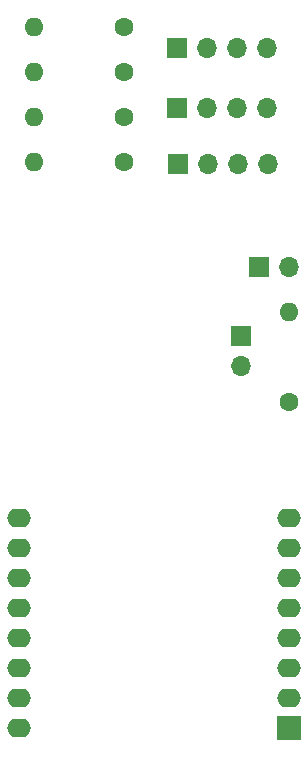
<source format=gbr>
%TF.GenerationSoftware,KiCad,Pcbnew,8.0.5*%
%TF.CreationDate,2024-12-15T10:39:54+01:00*%
%TF.ProjectId,esp8266-expansion-board,65737038-3236-4362-9d65-7870616e7369,rev?*%
%TF.SameCoordinates,Original*%
%TF.FileFunction,Soldermask,Bot*%
%TF.FilePolarity,Negative*%
%FSLAX46Y46*%
G04 Gerber Fmt 4.6, Leading zero omitted, Abs format (unit mm)*
G04 Created by KiCad (PCBNEW 8.0.5) date 2024-12-15 10:39:54*
%MOMM*%
%LPD*%
G01*
G04 APERTURE LIST*
%ADD10R,1.700000X1.700000*%
%ADD11O,1.700000X1.700000*%
%ADD12C,1.600000*%
%ADD13O,1.600000X1.600000*%
%ADD14R,2.000000X2.000000*%
%ADD15O,2.000000X1.600000*%
G04 APERTURE END LIST*
D10*
%TO.C,J1*%
X81280000Y-49530000D03*
D11*
X83820000Y-49530000D03*
%TD*%
D10*
%TO.C,J9*%
X74365279Y-31007484D03*
D11*
X76905279Y-31007484D03*
X79445279Y-31007484D03*
X81985279Y-31007484D03*
%TD*%
D12*
%TO.C,R5*%
X69850000Y-40640000D03*
D13*
X62230000Y-40640000D03*
%TD*%
D12*
%TO.C,R4*%
X69850000Y-36830000D03*
D13*
X62230000Y-36830000D03*
%TD*%
D10*
%TO.C,J8*%
X74365279Y-36087484D03*
D11*
X76905279Y-36087484D03*
X79445279Y-36087484D03*
X81985279Y-36087484D03*
%TD*%
D12*
%TO.C,R14*%
X69850000Y-33020000D03*
D13*
X62230000Y-33020000D03*
%TD*%
D12*
%TO.C,R12*%
X69850000Y-29210000D03*
D13*
X62230000Y-29210000D03*
%TD*%
D10*
%TO.C,J7*%
X79751775Y-55367942D03*
D11*
X79751775Y-57907942D03*
%TD*%
D10*
%TO.C,J10*%
X74416951Y-40807414D03*
D11*
X76956951Y-40807414D03*
X79496951Y-40807414D03*
X82036951Y-40807414D03*
%TD*%
D14*
%TO.C,U2*%
X83820000Y-88553187D03*
D15*
X83820000Y-86013187D03*
X83820000Y-83473187D03*
X83820000Y-80933187D03*
X83820000Y-78393187D03*
X83820000Y-75853187D03*
X83820000Y-73313187D03*
X83820000Y-70773187D03*
X60960000Y-70773187D03*
X60960000Y-73313187D03*
X60960000Y-75853187D03*
X60960000Y-78393187D03*
X60960000Y-80933187D03*
X60960000Y-83473187D03*
X60960000Y-86013187D03*
X60960000Y-88553187D03*
%TD*%
D12*
%TO.C,RA1*%
X83820000Y-60960000D03*
D13*
X83820000Y-53340000D03*
%TD*%
M02*

</source>
